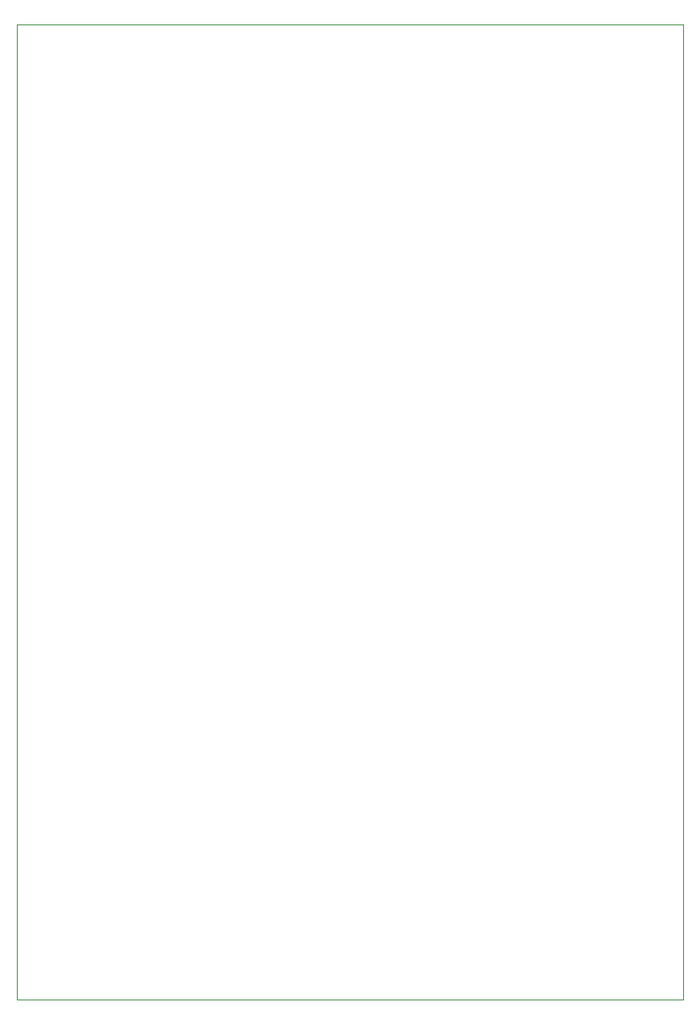
<source format=gbr>
G04 Layer_Color=0*
%FSLAX26Y26*%
%MOIN*%
%TF.FileFunction,Profile,NP*%
%TF.Part,Single*%
G01*
G75*
%TA.AperFunction,Profile*%
%ADD82C,0.001000*%
D82*
X0Y0D02*
X2637795Y-0D01*
X2637795Y3852110D01*
X-0Y3852110D01*
X0Y0D01*
%TF.MD5,f2fc1befbfa70aa0aa82d67f7341dfdc*%
M02*

</source>
